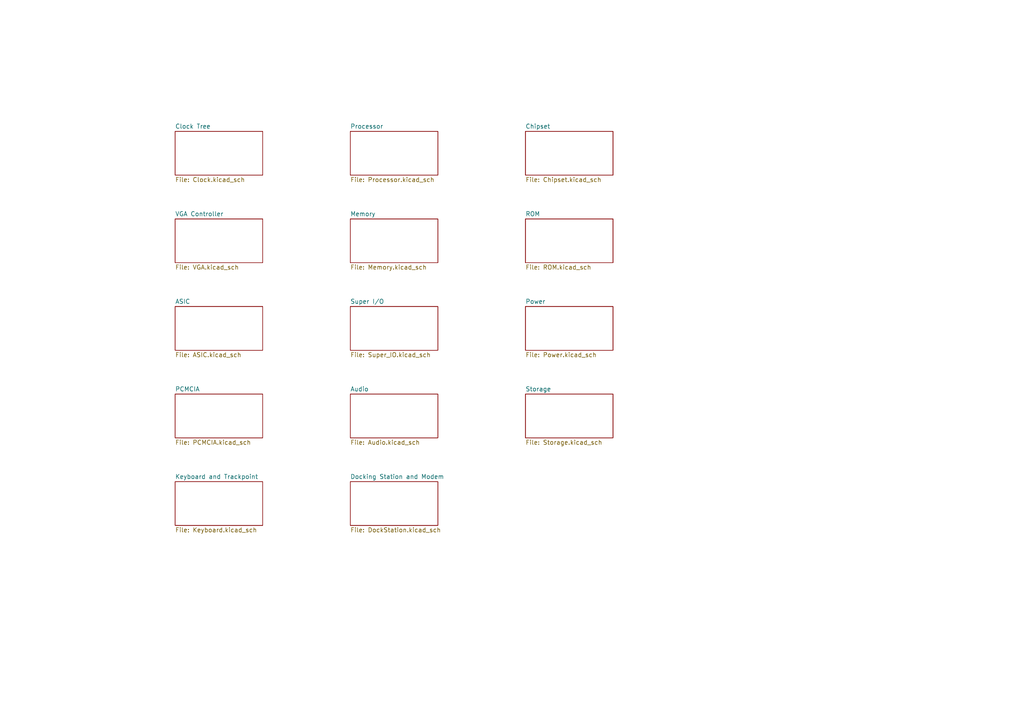
<source format=kicad_sch>
(kicad_sch
	(version 20250114)
	(generator "eeschema")
	(generator_version "9.0")
	(uuid "45c7911f-b027-440e-9e3e-77a146b41944")
	(paper "A4")
	(title_block
		(title "PC110 Motherboard")
		(company "Recreated by: Ahmad Byagowi")
	)
	(lib_symbols)
	(sheet
		(at 101.6 38.1)
		(size 25.4 12.7)
		(exclude_from_sim no)
		(in_bom yes)
		(on_board yes)
		(dnp no)
		(fields_autoplaced yes)
		(stroke
			(width 0)
			(type solid)
		)
		(fill
			(color 0 0 0 0.0000)
		)
		(uuid "00000000-0000-0000-0000-000061ddbbe3")
		(property "Sheetname" "Processor"
			(at 101.6 37.3884 0)
			(effects
				(font
					(size 1.27 1.27)
				)
				(justify left bottom)
			)
		)
		(property "Sheetfile" "Processor.kicad_sch"
			(at 101.6 51.3846 0)
			(effects
				(font
					(size 1.27 1.27)
				)
				(justify left top)
			)
		)
		(instances
			(project "PC110"
				(path "/45c7911f-b027-440e-9e3e-77a146b41944"
					(page "3")
				)
			)
		)
	)
	(sheet
		(at 152.4 88.9)
		(size 25.4 12.7)
		(exclude_from_sim no)
		(in_bom yes)
		(on_board yes)
		(dnp no)
		(fields_autoplaced yes)
		(stroke
			(width 0)
			(type solid)
		)
		(fill
			(color 0 0 0 0.0000)
		)
		(uuid "00000000-0000-0000-0000-0000638712fb")
		(property "Sheetname" "Power"
			(at 152.4 88.1884 0)
			(effects
				(font
					(size 1.27 1.27)
				)
				(justify left bottom)
			)
		)
		(property "Sheetfile" "Power.kicad_sch"
			(at 152.4 102.1846 0)
			(effects
				(font
					(size 1.27 1.27)
				)
				(justify left top)
			)
		)
		(instances
			(project "PC110"
				(path "/45c7911f-b027-440e-9e3e-77a146b41944"
					(page "10")
				)
			)
		)
	)
	(sheet
		(at 50.8 114.3)
		(size 25.4 12.7)
		(exclude_from_sim no)
		(in_bom yes)
		(on_board yes)
		(dnp no)
		(fields_autoplaced yes)
		(stroke
			(width 0)
			(type solid)
		)
		(fill
			(color 0 0 0 0.0000)
		)
		(uuid "00000000-0000-0000-0000-0000639b00c7")
		(property "Sheetname" "PCMCIA"
			(at 50.8 113.5884 0)
			(effects
				(font
					(size 1.27 1.27)
				)
				(justify left bottom)
			)
		)
		(property "Sheetfile" "PCMCIA.kicad_sch"
			(at 50.8 127.5846 0)
			(effects
				(font
					(size 1.27 1.27)
				)
				(justify left top)
			)
		)
		(instances
			(project "PC110"
				(path "/45c7911f-b027-440e-9e3e-77a146b41944"
					(page "11")
				)
			)
		)
	)
	(sheet
		(at 101.6 63.5)
		(size 25.4 12.7)
		(exclude_from_sim no)
		(in_bom yes)
		(on_board yes)
		(dnp no)
		(fields_autoplaced yes)
		(stroke
			(width 0)
			(type solid)
		)
		(fill
			(color 0 0 0 0.0000)
		)
		(uuid "00000000-0000-0000-0000-0000640ab57c")
		(property "Sheetname" "Memory"
			(at 101.6 62.7884 0)
			(effects
				(font
					(size 1.27 1.27)
				)
				(justify left bottom)
			)
		)
		(property "Sheetfile" "Memory.kicad_sch"
			(at 101.6 76.7846 0)
			(effects
				(font
					(size 1.27 1.27)
				)
				(justify left top)
			)
		)
		(instances
			(project "PC110"
				(path "/45c7911f-b027-440e-9e3e-77a146b41944"
					(page "6")
				)
			)
		)
	)
	(sheet
		(at 152.4 38.1)
		(size 25.4 12.7)
		(exclude_from_sim no)
		(in_bom yes)
		(on_board yes)
		(dnp no)
		(fields_autoplaced yes)
		(stroke
			(width 0)
			(type solid)
		)
		(fill
			(color 0 0 0 0.0000)
		)
		(uuid "00000000-0000-0000-0000-000064106181")
		(property "Sheetname" "Chipset"
			(at 152.4 37.3884 0)
			(effects
				(font
					(size 1.27 1.27)
				)
				(justify left bottom)
			)
		)
		(property "Sheetfile" "Chipset.kicad_sch"
			(at 152.4 51.3846 0)
			(effects
				(font
					(size 1.27 1.27)
				)
				(justify left top)
			)
		)
		(instances
			(project "PC110"
				(path "/45c7911f-b027-440e-9e3e-77a146b41944"
					(page "4")
				)
			)
		)
	)
	(sheet
		(at 50.8 88.9)
		(size 25.4 12.7)
		(exclude_from_sim no)
		(in_bom yes)
		(on_board yes)
		(dnp no)
		(fields_autoplaced yes)
		(stroke
			(width 0)
			(type solid)
		)
		(fill
			(color 0 0 0 0.0000)
		)
		(uuid "00000000-0000-0000-0000-000064523075")
		(property "Sheetname" "ASIC"
			(at 50.8 88.1884 0)
			(effects
				(font
					(size 1.27 1.27)
				)
				(justify left bottom)
			)
		)
		(property "Sheetfile" "ASIC.kicad_sch"
			(at 50.8 102.1846 0)
			(effects
				(font
					(size 1.27 1.27)
				)
				(justify left top)
			)
		)
		(instances
			(project "PC110"
				(path "/45c7911f-b027-440e-9e3e-77a146b41944"
					(page "8")
				)
			)
		)
	)
	(sheet
		(at 50.8 139.7)
		(size 25.4 12.7)
		(exclude_from_sim no)
		(in_bom yes)
		(on_board yes)
		(dnp no)
		(fields_autoplaced yes)
		(stroke
			(width 0)
			(type solid)
		)
		(fill
			(color 0 0 0 0.0000)
		)
		(uuid "00000000-0000-0000-0000-0000655ddd04")
		(property "Sheetname" "Keyboard and Trackpoint"
			(at 50.8 138.9884 0)
			(effects
				(font
					(size 1.27 1.27)
				)
				(justify left bottom)
			)
		)
		(property "Sheetfile" "Keyboard.kicad_sch"
			(at 50.8 152.9846 0)
			(effects
				(font
					(size 1.27 1.27)
				)
				(justify left top)
			)
		)
		(instances
			(project "PC110"
				(path "/45c7911f-b027-440e-9e3e-77a146b41944"
					(page "14")
				)
			)
		)
	)
	(sheet
		(at 50.8 63.5)
		(size 25.4 12.7)
		(exclude_from_sim no)
		(in_bom yes)
		(on_board yes)
		(dnp no)
		(fields_autoplaced yes)
		(stroke
			(width 0)
			(type solid)
		)
		(fill
			(color 0 0 0 0.0000)
		)
		(uuid "00000000-0000-0000-0000-000066b27913")
		(property "Sheetname" "VGA Controller"
			(at 50.8 62.7884 0)
			(effects
				(font
					(size 1.27 1.27)
				)
				(justify left bottom)
			)
		)
		(property "Sheetfile" "VGA.kicad_sch"
			(at 50.8 76.7846 0)
			(effects
				(font
					(size 1.27 1.27)
				)
				(justify left top)
			)
		)
		(instances
			(project "PC110"
				(path "/45c7911f-b027-440e-9e3e-77a146b41944"
					(page "5")
				)
			)
		)
	)
	(sheet
		(at 101.6 88.9)
		(size 25.4 12.7)
		(exclude_from_sim no)
		(in_bom yes)
		(on_board yes)
		(dnp no)
		(fields_autoplaced yes)
		(stroke
			(width 0)
			(type solid)
		)
		(fill
			(color 0 0 0 0.0000)
		)
		(uuid "00000000-0000-0000-0000-00006bbfee6b")
		(property "Sheetname" "Super I/O"
			(at 101.6 88.1884 0)
			(effects
				(font
					(size 1.27 1.27)
				)
				(justify left bottom)
			)
		)
		(property "Sheetfile" "Super_IO.kicad_sch"
			(at 101.6 102.1846 0)
			(effects
				(font
					(size 1.27 1.27)
				)
				(justify left top)
			)
		)
		(instances
			(project "PC110"
				(path "/45c7911f-b027-440e-9e3e-77a146b41944"
					(page "9")
				)
			)
		)
	)
	(sheet
		(at 152.4 114.3)
		(size 25.4 12.7)
		(exclude_from_sim no)
		(in_bom yes)
		(on_board yes)
		(dnp no)
		(fields_autoplaced yes)
		(stroke
			(width 0)
			(type solid)
		)
		(fill
			(color 0 0 0 0.0000)
		)
		(uuid "00000000-0000-0000-0000-00006e2d8c88")
		(property "Sheetname" "Storage"
			(at 152.4 113.5884 0)
			(effects
				(font
					(size 1.27 1.27)
				)
				(justify left bottom)
			)
		)
		(property "Sheetfile" "Storage.kicad_sch"
			(at 152.4 127.5846 0)
			(effects
				(font
					(size 1.27 1.27)
				)
				(justify left top)
			)
		)
		(instances
			(project "PC110"
				(path "/45c7911f-b027-440e-9e3e-77a146b41944"
					(page "13")
				)
			)
		)
	)
	(sheet
		(at 101.6 114.3)
		(size 25.4 12.7)
		(exclude_from_sim no)
		(in_bom yes)
		(on_board yes)
		(dnp no)
		(fields_autoplaced yes)
		(stroke
			(width 0)
			(type solid)
		)
		(fill
			(color 0 0 0 0.0000)
		)
		(uuid "00000000-0000-0000-0000-00006ffe9bec")
		(property "Sheetname" "Audio"
			(at 101.6 113.5884 0)
			(effects
				(font
					(size 1.27 1.27)
				)
				(justify left bottom)
			)
		)
		(property "Sheetfile" "Audio.kicad_sch"
			(at 101.6 127.5846 0)
			(effects
				(font
					(size 1.27 1.27)
				)
				(justify left top)
			)
		)
		(instances
			(project "PC110"
				(path "/45c7911f-b027-440e-9e3e-77a146b41944"
					(page "12")
				)
			)
		)
	)
	(sheet
		(at 152.4 63.5)
		(size 25.4 12.7)
		(exclude_from_sim no)
		(in_bom yes)
		(on_board yes)
		(dnp no)
		(fields_autoplaced yes)
		(stroke
			(width 0.1524)
			(type solid)
		)
		(fill
			(color 0 0 0 0.0000)
		)
		(uuid "29aeee43-2869-4080-920c-a693b0bc5770")
		(property "Sheetname" "ROM"
			(at 152.4 62.7884 0)
			(effects
				(font
					(size 1.27 1.27)
				)
				(justify left bottom)
			)
		)
		(property "Sheetfile" "ROM.kicad_sch"
			(at 152.4 76.7846 0)
			(effects
				(font
					(size 1.27 1.27)
				)
				(justify left top)
			)
		)
		(instances
			(project "PC110"
				(path "/45c7911f-b027-440e-9e3e-77a146b41944"
					(page "7")
				)
			)
		)
	)
	(sheet
		(at 101.6 139.7)
		(size 25.4 12.7)
		(exclude_from_sim no)
		(in_bom yes)
		(on_board yes)
		(dnp no)
		(fields_autoplaced yes)
		(stroke
			(width 0)
			(type solid)
		)
		(fill
			(color 0 0 0 0.0000)
		)
		(uuid "6dbc8bfb-047e-469c-b9e0-4e168250e555")
		(property "Sheetname" "Docking Station and Modem"
			(at 101.6 138.9884 0)
			(effects
				(font
					(size 1.27 1.27)
				)
				(justify left bottom)
			)
		)
		(property "Sheetfile" "DockStation.kicad_sch"
			(at 101.6 152.9846 0)
			(effects
				(font
					(size 1.27 1.27)
				)
				(justify left top)
			)
		)
		(instances
			(project "PC110"
				(path "/45c7911f-b027-440e-9e3e-77a146b41944"
					(page "15")
				)
			)
		)
	)
	(sheet
		(at 50.8 38.1)
		(size 25.4 12.7)
		(exclude_from_sim no)
		(in_bom yes)
		(on_board yes)
		(dnp no)
		(fields_autoplaced yes)
		(stroke
			(width 0)
			(type solid)
		)
		(fill
			(color 0 0 0 0.0000)
		)
		(uuid "8c702c69-d3f6-4026-9af8-e972f7ced597")
		(property "Sheetname" "Clock Tree"
			(at 50.8 37.3884 0)
			(effects
				(font
					(size 1.27 1.27)
				)
				(justify left bottom)
			)
		)
		(property "Sheetfile" "Clock.kicad_sch"
			(at 50.8 51.3846 0)
			(effects
				(font
					(size 1.27 1.27)
				)
				(justify left top)
			)
		)
		(instances
			(project "PC110"
				(path "/45c7911f-b027-440e-9e3e-77a146b41944"
					(page "2")
				)
			)
		)
	)
	(sheet_instances
		(path "/"
			(page "1")
		)
	)
	(embedded_fonts no)
)

</source>
